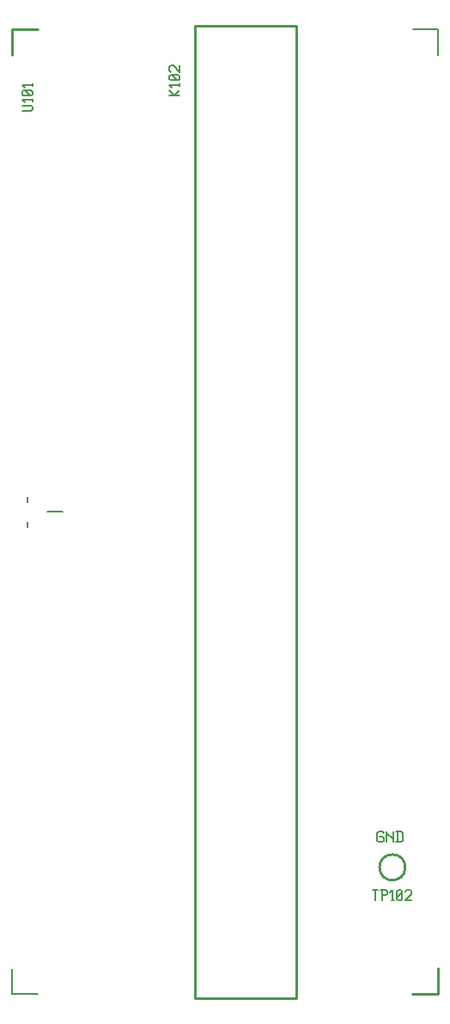
<source format=gbr>
G04 start of page 9 for group -4079 idx -4079 *
G04 Title: 31_front_pcb.pcb, topsilk *
G04 Creator: pcb 20100929 *
G04 CreationDate: Sat Sep 29 18:10:19 2012 UTC *
G04 For: bert *
G04 Format: Gerber/RS-274X *
G04 PCB-Dimensions: 196850 393701 *
G04 PCB-Coordinate-Origin: lower left *
%MOIN*%
%FSLAX25Y25*%
%LNFRONTSILK*%
%ADD19C,0.0080*%
%ADD23C,0.0100*%
G54D19*X9843Y9842D02*X19686D01*
X175197Y383858D02*X165355D01*
X175197D02*Y374015D01*
X9843Y9842D02*Y19685D01*
X153575Y72834D02*X154075Y72334D01*
X152075Y72834D02*X153575D01*
X151575Y72334D02*X152075Y72834D01*
X151575Y72334D02*Y69334D01*
X152075Y68834D01*
X153575D01*
X154075Y69334D01*
Y70334D02*Y69334D01*
X153575Y70834D02*X154075Y70334D01*
X152575Y70834D02*X153575D01*
X155276Y72834D02*Y68834D01*
Y72834D02*Y72334D01*
X157776Y69834D01*
Y72834D02*Y68834D01*
X159477Y72834D02*Y68834D01*
X160977Y72834D02*X161477Y72334D01*
Y69334D01*
X160977Y68834D02*X161477Y69334D01*
X158977Y68834D02*X160977D01*
X158977Y72834D02*X160977D01*
G54D23*X80710Y8268D02*X120080D01*
X80710Y385434D02*Y8268D01*
Y385434D02*X120080D01*
Y385041D02*Y8268D01*
X19843Y383858D02*X9843D01*
Y373858D01*
X175197Y9842D02*X165197D01*
X175197Y19842D02*Y9842D01*
G54D19*X23622Y196851D02*X29528D01*
X15748Y200788D02*Y202756D01*
Y192914D02*Y190945D01*
G54D23*X152480Y59055D02*G75*G03X152480Y59055I5000J0D01*G01*
G54D19*X70866Y358266D02*X74866D01*
X72866D02*X70866Y360266D01*
X72866Y358266D02*X74866Y360266D01*
Y362967D02*Y361967D01*
X70866Y362467D02*X74866D01*
X71866Y361467D02*X70866Y362467D01*
X74366Y364168D02*X74866Y364668D01*
X71366Y364168D02*X74366D01*
X71366D02*X70866Y364668D01*
Y365668D02*Y364668D01*
Y365668D02*X71366Y366168D01*
X74366D01*
X74866Y365668D02*X74366Y366168D01*
X74866Y365668D02*Y364668D01*
X73866Y364168D02*X71866Y366168D01*
X71366Y367369D02*X70866Y367869D01*
Y369369D02*Y367869D01*
Y369369D02*X71366Y369869D01*
X72366D01*
X74866Y367369D02*X72366Y369869D01*
X74866D02*Y367369D01*
X13779Y352363D02*X17279D01*
X17779Y352863D01*
Y353863D02*Y352863D01*
Y353863D02*X17279Y354363D01*
X13779D02*X17279D01*
X17779Y357064D02*Y356064D01*
X13779Y356564D02*X17779D01*
X14779Y355564D02*X13779Y356564D01*
X17279Y358265D02*X17779Y358765D01*
X14279Y358265D02*X17279D01*
X14279D02*X13779Y358765D01*
Y359765D02*Y358765D01*
Y359765D02*X14279Y360265D01*
X17279D01*
X17779Y359765D02*X17279Y360265D01*
X17779Y359765D02*Y358765D01*
X16779Y358265D02*X14779Y360265D01*
X17779Y362966D02*Y361966D01*
X13779Y362466D02*X17779D01*
X14779Y361466D02*X13779Y362466D01*
X149701Y50276D02*X151701D01*
X150701D02*Y46276D01*
X153402Y50276D02*Y46276D01*
X152902Y50276D02*X154902D01*
X155402Y49776D01*
Y48776D01*
X154902Y48276D02*X155402Y48776D01*
X153402Y48276D02*X154902D01*
X157103Y46276D02*X158103D01*
X157603Y50276D02*Y46276D01*
X156603Y49276D02*X157603Y50276D01*
X159304Y46776D02*X159804Y46276D01*
X159304Y49776D02*Y46776D01*
Y49776D02*X159804Y50276D01*
X160804D01*
X161304Y49776D01*
Y46776D01*
X160804Y46276D02*X161304Y46776D01*
X159804Y46276D02*X160804D01*
X159304Y47276D02*X161304Y49276D01*
X162505Y49776D02*X163005Y50276D01*
X164505D01*
X165005Y49776D01*
Y48776D01*
X162505Y46276D02*X165005Y48776D01*
X162505Y46276D02*X165005D01*
M02*

</source>
